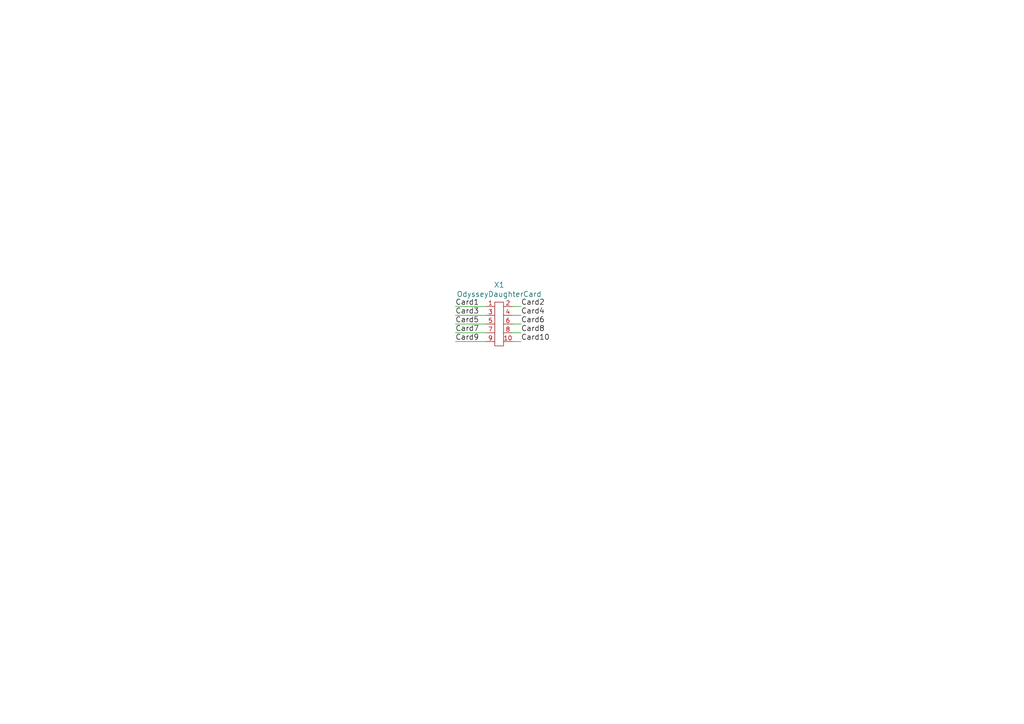
<source format=kicad_sch>
(kicad_sch (version 20211123) (generator eeschema)
  (paper "A4")
  (title_block (title "Odyssey Daughter Card Template") (date "2018-05-29") (rev "0.1") (company "University of Pittsburgh - Odyssey Restoration Project") (comment 1 "Levi Burner"))
  (lib_symbols
    (symbol "Odyssey_Daughter_Card:OdysseyDaughterCard" (pin_names (offset 1.016))
      (property "Reference" "X" (at 0 -7.62 0))
      (property "Value" "OdysseyDaughterCard" (at 0 8.89 0))
      (symbol "OdysseyDaughterCard_0_1"
        (rectangle (start -1.27 6.35) (end 1.27 -6.35))
      )
      (symbol "OdysseyDaughterCard_1_1"
        (pin bidirectional line (at -3.81 5.08 0) (length 2.54) (name "~") (number "1"))
        (pin bidirectional line (at 3.81 -5.08 180) (length 2.54) (name "~") (number "10"))
        (pin bidirectional line (at 3.81 5.08 180) (length 2.54) (name "~") (number "2"))
        (pin bidirectional line (at -3.81 2.54 0) (length 2.54) (name "~") (number "3"))
        (pin bidirectional line (at 3.81 2.54 180) (length 2.54) (name "~") (number "4"))
        (pin bidirectional line (at -3.81 0 0) (length 2.54) (name "~") (number "5"))
        (pin bidirectional line (at 3.81 0 180) (length 2.54) (name "~") (number "6"))
        (pin bidirectional line (at -3.81 -2.54 0) (length 2.54) (name "~") (number "7"))
        (pin bidirectional line (at 3.81 -2.54 180) (length 2.54) (name "~") (number "8"))
        (pin bidirectional line (at -3.81 -5.08 0) (length 2.54) (name "~") (number "9"))
      )
    )
  )
  (wire (pts (xy 140.97 91.44) (xy 132.08 91.44)))
  (wire (pts (xy 148.59 91.44) (xy 151.13 91.44)))
  (wire (pts (xy 148.59 93.98) (xy 151.13 93.98)))
  (wire (pts (xy 148.59 96.52) (xy 151.13 96.52)))
  (wire (pts (xy 140.97 93.98) (xy 132.08 93.98)))
  (wire (pts (xy 140.97 99.06) (xy 132.08 99.06)))
  (wire (pts (xy 140.97 96.52) (xy 132.08 96.52)))
  (wire (pts (xy 148.59 88.9) (xy 151.13 88.9)))
  (wire (pts (xy 132.08 88.9) (xy 140.97 88.9)))
  (wire (pts (xy 148.59 99.06) (xy 151.13 99.06)))
  (label "Card7" (at 132.08 96.52 0) (effects (font (size 1.524 1.524))))
  (label "Card8" (at 151.13 96.52 0) (effects (font (size 1.524 1.524))))
  (label "Card4" (at 151.13 91.44 0) (effects (font (size 1.524 1.524))))
  (label "Card2" (at 151.13 88.9 0) (effects (font (size 1.524 1.524))))
  (label "Card3" (at 132.08 91.44 0) (effects (font (size 1.524 1.524))))
  (label "Card5" (at 132.08 93.98 0) (effects (font (size 1.524 1.524))))
  (label "Card6" (at 151.13 93.98 0) (effects (font (size 1.524 1.524))))
  (label "Card9" (at 132.08 99.06 0) (effects (font (size 1.524 1.524))))
  (label "Card1" (at 132.08 88.9 0) (effects (font (size 1.524 1.524))))
  (label "Card10" (at 151.13 99.06 0) (effects (font (size 1.524 1.524))))
  (symbol (lib_id "Odyssey_Daughter_Card:OdysseyDaughterCard") (at 144.78 93.98 0) (unit 1)
    (property "Reference" "X1" (at 144.78 82.6262 0) (effects (font (size 1.524 1.524))))
    (property "Value" "OdysseyDaughterCard" (at 144.78 85.3186 0) (effects (font (size 1.524 1.524))))
    (property "Footprint" "Odyssey_Daughter_Card:Odyssey_Daughter_Card" (effects hide))
  )
)
</source>
